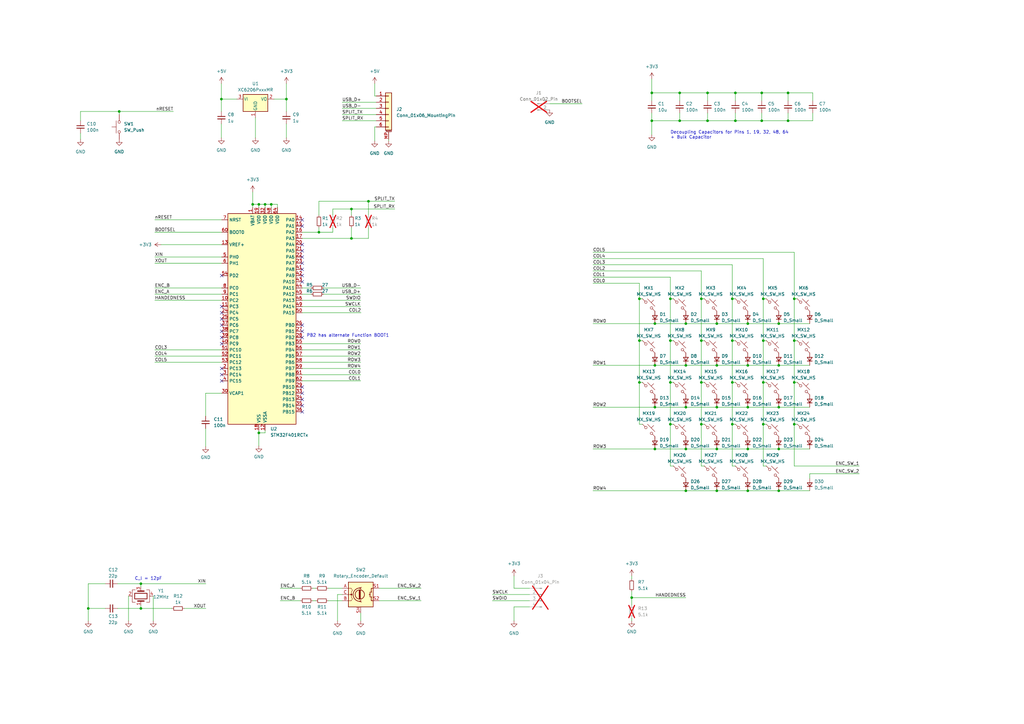
<source format=kicad_sch>
(kicad_sch (version 20230121) (generator eeschema)
  (paper "A3")
  (junction (at 111.252 83.82))
  (junction (at 312.42 38.1))
  (junction (at 130.81 95.25))
  (junction (at 319.405 201.295))
  (junction (at 323.215 38.1))
  (junction (at 325.755 139.7))
  (junction (at 259.08 245.11))
  (junction (at 267.335 38.1))
  (junction (at 144.145 85.725))
  (junction (at 294.005 201.295))
  (junction (at 281.305 201.295))
  (junction (at 281.305 167.005))
  (junction (at 48.895 45.72))
  (junction (at 294.005 184.15))
  (junction (at 287.655 139.7))
  (junction (at 287.655 122.555))
  (junction (at 306.705 167.005))
  (junction (at 278.765 38.1))
  (junction (at 106.172 83.82))
  (junction (at 281.305 149.86))
  (junction (at 294.005 167.005))
  (junction (at 306.705 149.86))
  (junction (at 262.255 122.555))
  (junction (at 281.305 132.715))
  (junction (at 268.605 149.86))
  (junction (at 306.705 184.15))
  (junction (at 287.655 156.845))
  (junction (at 323.215 49.53))
  (junction (at 278.765 49.53))
  (junction (at 90.805 40.64))
  (junction (at 301.625 38.1))
  (junction (at 325.755 173.99))
  (junction (at 300.355 122.555))
  (junction (at 325.755 156.845))
  (junction (at 306.705 132.715))
  (junction (at 319.405 184.15))
  (junction (at 36.195 249.555))
  (junction (at 108.712 83.82))
  (junction (at 268.605 184.15))
  (junction (at 144.145 97.79))
  (junction (at 313.055 122.555))
  (junction (at 103.632 83.82))
  (junction (at 262.255 139.7))
  (junction (at 319.405 167.005))
  (junction (at 274.955 122.555))
  (junction (at 274.955 173.99))
  (junction (at 106.172 177.546))
  (junction (at 290.195 38.1))
  (junction (at 300.355 139.7))
  (junction (at 274.955 139.7))
  (junction (at 274.955 156.845))
  (junction (at 281.305 184.15))
  (junction (at 287.655 173.99))
  (junction (at 306.705 201.295))
  (junction (at 313.055 156.845))
  (junction (at 313.055 173.99))
  (junction (at 57.785 249.555))
  (junction (at 300.355 173.99))
  (junction (at 294.005 149.86))
  (junction (at 300.355 156.845))
  (junction (at 313.055 139.7))
  (junction (at 262.255 156.845))
  (junction (at 319.405 149.86))
  (junction (at 301.625 49.53))
  (junction (at 312.42 49.53))
  (junction (at 319.405 132.715))
  (junction (at 117.475 40.64))
  (junction (at 267.335 49.53))
  (junction (at 290.195 49.53))
  (junction (at 268.605 167.005))
  (junction (at 325.755 122.555))
  (junction (at 57.785 239.395))
  (junction (at 294.005 132.715))
  (junction (at 151.13 82.55))
  (junction (at 268.605 132.715))
  (no_connect (at 123.952 105.41))
  (no_connect (at 123.952 158.75))
  (no_connect (at 90.932 140.97))
  (no_connect (at 90.932 133.35))
  (no_connect (at 90.932 138.43))
  (no_connect (at 90.932 125.73))
  (no_connect (at 123.952 113.03))
  (no_connect (at 123.952 168.91))
  (no_connect (at 123.952 166.37))
  (no_connect (at 123.952 110.49))
  (no_connect (at 123.952 107.95))
  (no_connect (at 123.952 90.17))
  (no_connect (at 90.932 135.89))
  (no_connect (at 123.952 133.35))
  (no_connect (at 90.932 153.67))
  (no_connect (at 123.952 92.71))
  (no_connect (at 123.952 115.57))
  (no_connect (at 123.952 161.29))
  (no_connect (at 90.932 130.81))
  (no_connect (at 123.952 163.83))
  (no_connect (at 123.952 135.89))
  (no_connect (at 90.932 156.21))
  (no_connect (at 90.932 151.13))
  (no_connect (at 123.952 100.33))
  (no_connect (at 123.952 138.43))
  (no_connect (at 90.932 113.03))
  (no_connect (at 90.932 128.27))
  (no_connect (at 123.952 102.87))
  (wire (pts (xy 153.67 39.37) (xy 154.305 39.37)))
  (wire (pts (xy 57.785 239.395) (xy 57.785 240.665)))
  (wire (pts (xy 267.335 32.385) (xy 267.335 38.1)))
  (wire (pts (xy 325.755 139.7) (xy 325.755 156.845)))
  (wire (pts (xy 312.42 38.1) (xy 323.215 38.1)))
  (wire (pts (xy 301.625 38.1) (xy 301.625 41.275)))
  (wire (pts (xy 243.205 106.045) (xy 313.055 106.045)))
  (wire (pts (xy 123.952 123.19) (xy 147.955 123.19)))
  (wire (pts (xy 301.625 38.1) (xy 312.42 38.1)))
  (wire (pts (xy 313.055 122.555) (xy 314.325 122.555)))
  (wire (pts (xy 57.785 249.555) (xy 70.485 249.555)))
  (wire (pts (xy 103.632 83.82) (xy 103.632 85.09)))
  (wire (pts (xy 281.305 149.86) (xy 294.005 149.86)))
  (wire (pts (xy 300.355 139.7) (xy 301.625 139.7)))
  (wire (pts (xy 325.755 139.7) (xy 327.025 139.7)))
  (wire (pts (xy 323.215 38.1) (xy 323.215 41.275)))
  (wire (pts (xy 290.195 49.53) (xy 301.625 49.53)))
  (wire (pts (xy 103.632 78.74) (xy 103.632 83.82)))
  (wire (pts (xy 48.26 249.555) (xy 57.785 249.555)))
  (wire (pts (xy 33.02 45.72) (xy 48.895 45.72)))
  (wire (pts (xy 140.335 44.45) (xy 154.305 44.45)))
  (wire (pts (xy 278.765 38.1) (xy 290.195 38.1)))
  (wire (pts (xy 333.375 49.53) (xy 323.215 49.53)))
  (wire (pts (xy 134.62 246.38) (xy 140.335 246.38)))
  (wire (pts (xy 243.205 108.585) (xy 300.355 108.585)))
  (wire (pts (xy 161.925 82.55) (xy 151.13 82.55)))
  (wire (pts (xy 306.705 132.715) (xy 319.405 132.715)))
  (wire (pts (xy 294.005 184.15) (xy 306.705 184.15)))
  (wire (pts (xy 225.425 42.545) (xy 238.76 42.545)))
  (wire (pts (xy 210.82 248.92) (xy 217.17 248.92)))
  (wire (pts (xy 274.955 139.7) (xy 274.955 156.845)))
  (wire (pts (xy 313.055 139.7) (xy 314.325 139.7)))
  (wire (pts (xy 90.805 34.29) (xy 90.805 40.64)))
  (wire (pts (xy 274.955 122.555) (xy 276.225 122.555)))
  (wire (pts (xy 268.605 132.715) (xy 281.305 132.715)))
  (wire (pts (xy 43.18 239.395) (xy 36.195 239.395)))
  (wire (pts (xy 151.13 82.55) (xy 151.13 88.265)))
  (wire (pts (xy 108.712 177.546) (xy 108.712 176.53)))
  (wire (pts (xy 63.5 146.05) (xy 90.932 146.05)))
  (wire (pts (xy 123.952 118.11) (xy 127.635 118.11)))
  (wire (pts (xy 290.195 38.1) (xy 301.625 38.1)))
  (wire (pts (xy 278.765 49.53) (xy 290.195 49.53)))
  (wire (pts (xy 210.82 241.3) (xy 217.17 241.3)))
  (wire (pts (xy 262.255 156.845) (xy 262.255 173.99)))
  (wire (pts (xy 306.705 184.15) (xy 319.405 184.15)))
  (wire (pts (xy 106.172 177.546) (xy 108.712 177.546)))
  (wire (pts (xy 151.13 82.55) (xy 130.81 82.55)))
  (wire (pts (xy 313.055 173.99) (xy 313.055 191.135)))
  (wire (pts (xy 243.205 103.505) (xy 325.755 103.505)))
  (wire (pts (xy 106.172 177.546) (xy 106.172 176.53)))
  (wire (pts (xy 333.375 41.275) (xy 333.375 38.1)))
  (wire (pts (xy 63.5 105.41) (xy 90.932 105.41)))
  (wire (pts (xy 90.932 100.33) (xy 66.04 100.33)))
  (wire (pts (xy 108.712 85.09) (xy 108.712 83.82)))
  (wire (pts (xy 259.08 236.22) (xy 259.08 237.49)))
  (wire (pts (xy 243.205 149.86) (xy 268.605 149.86)))
  (wire (pts (xy 281.305 132.715) (xy 294.005 132.715)))
  (wire (pts (xy 313.055 191.135) (xy 314.325 191.135)))
  (wire (pts (xy 128.27 241.3) (xy 129.54 241.3)))
  (wire (pts (xy 259.08 253.365) (xy 259.08 254.635)))
  (wire (pts (xy 144.145 97.79) (xy 151.13 97.79)))
  (wire (pts (xy 63.5 148.59) (xy 90.932 148.59)))
  (wire (pts (xy 262.255 173.99) (xy 263.525 173.99)))
  (wire (pts (xy 325.755 122.555) (xy 327.025 122.555)))
  (wire (pts (xy 268.605 149.86) (xy 281.305 149.86)))
  (wire (pts (xy 294.005 149.86) (xy 306.705 149.86)))
  (wire (pts (xy 281.305 201.295) (xy 294.005 201.295)))
  (wire (pts (xy 129.54 246.38) (xy 128.27 246.38)))
  (wire (pts (xy 300.355 139.7) (xy 300.355 156.845)))
  (wire (pts (xy 333.375 46.355) (xy 333.375 49.53)))
  (wire (pts (xy 57.785 239.395) (xy 48.26 239.395)))
  (wire (pts (xy 325.755 103.505) (xy 325.755 122.555)))
  (wire (pts (xy 123.952 97.79) (xy 144.145 97.79)))
  (wire (pts (xy 313.055 122.555) (xy 313.055 139.7)))
  (wire (pts (xy 201.93 243.84) (xy 217.17 243.84)))
  (wire (pts (xy 278.765 38.1) (xy 278.765 41.275)))
  (wire (pts (xy 117.475 40.64) (xy 117.475 45.72)))
  (wire (pts (xy 287.655 156.845) (xy 288.925 156.845)))
  (wire (pts (xy 123.952 148.59) (xy 147.955 148.59)))
  (wire (pts (xy 130.81 82.55) (xy 130.81 88.265)))
  (wire (pts (xy 57.785 239.395) (xy 84.455 239.395)))
  (wire (pts (xy 117.475 40.64) (xy 112.395 40.64)))
  (wire (pts (xy 319.405 149.86) (xy 332.105 149.86)))
  (wire (pts (xy 114.935 241.3) (xy 123.19 241.3)))
  (wire (pts (xy 63.5 95.25) (xy 90.932 95.25)))
  (wire (pts (xy 113.792 85.09) (xy 113.792 83.82)))
  (wire (pts (xy 325.755 156.845) (xy 327.025 156.845)))
  (wire (pts (xy 33.02 45.72) (xy 33.02 49.53)))
  (wire (pts (xy 123.952 153.67) (xy 147.955 153.67)))
  (wire (pts (xy 323.215 46.355) (xy 323.215 49.53)))
  (wire (pts (xy 243.205 201.295) (xy 281.305 201.295)))
  (wire (pts (xy 140.335 41.91) (xy 154.305 41.91)))
  (wire (pts (xy 201.93 246.38) (xy 217.17 246.38)))
  (wire (pts (xy 136.525 93.345) (xy 136.525 95.25)))
  (wire (pts (xy 274.955 139.7) (xy 276.225 139.7)))
  (wire (pts (xy 63.5 107.95) (xy 90.932 107.95)))
  (wire (pts (xy 274.955 173.99) (xy 274.955 191.135)))
  (wire (pts (xy 243.205 184.15) (xy 268.605 184.15)))
  (wire (pts (xy 319.405 201.295) (xy 332.105 201.295)))
  (wire (pts (xy 300.355 173.99) (xy 301.625 173.99)))
  (wire (pts (xy 117.475 34.29) (xy 117.475 40.64)))
  (wire (pts (xy 306.705 167.005) (xy 319.405 167.005)))
  (wire (pts (xy 153.67 52.07) (xy 153.67 57.785)))
  (wire (pts (xy 134.62 241.3) (xy 140.335 241.3)))
  (wire (pts (xy 262.255 122.555) (xy 262.255 139.7)))
  (wire (pts (xy 36.195 249.555) (xy 36.195 254.635)))
  (wire (pts (xy 123.952 125.73) (xy 147.955 125.73)))
  (wire (pts (xy 153.67 52.07) (xy 154.305 52.07)))
  (wire (pts (xy 352.425 191.135) (xy 325.755 191.135)))
  (wire (pts (xy 147.955 120.65) (xy 132.715 120.65)))
  (wire (pts (xy 172.72 241.3) (xy 155.575 241.3)))
  (wire (pts (xy 267.335 38.1) (xy 278.765 38.1)))
  (wire (pts (xy 259.08 245.11) (xy 281.305 245.11)))
  (wire (pts (xy 287.655 191.135) (xy 288.925 191.135)))
  (wire (pts (xy 147.955 118.11) (xy 132.715 118.11)))
  (wire (pts (xy 287.655 173.99) (xy 287.655 191.135)))
  (wire (pts (xy 287.655 139.7) (xy 288.925 139.7)))
  (wire (pts (xy 287.655 122.555) (xy 288.925 122.555)))
  (wire (pts (xy 57.785 249.555) (xy 57.785 248.285)))
  (wire (pts (xy 287.655 111.125) (xy 287.655 122.555)))
  (wire (pts (xy 153.67 34.29) (xy 153.67 39.37)))
  (wire (pts (xy 151.13 97.79) (xy 151.13 93.345)))
  (wire (pts (xy 90.805 50.8) (xy 90.805 56.515)))
  (wire (pts (xy 319.405 132.715) (xy 332.105 132.715)))
  (wire (pts (xy 75.565 249.555) (xy 84.455 249.555)))
  (wire (pts (xy 300.355 173.99) (xy 300.355 191.135)))
  (wire (pts (xy 123.952 120.65) (xy 127.635 120.65)))
  (wire (pts (xy 62.865 244.475) (xy 62.865 254.635)))
  (wire (pts (xy 136.525 88.265) (xy 136.525 85.725)))
  (wire (pts (xy 243.205 113.665) (xy 274.955 113.665)))
  (wire (pts (xy 52.705 244.475) (xy 52.705 254.635)))
  (wire (pts (xy 259.08 245.11) (xy 259.08 248.285)))
  (wire (pts (xy 210.82 248.92) (xy 210.82 254.635)))
  (wire (pts (xy 113.792 83.82) (xy 111.252 83.82)))
  (wire (pts (xy 48.895 45.72) (xy 48.895 46.99)))
  (wire (pts (xy 333.375 38.1) (xy 323.215 38.1)))
  (wire (pts (xy 144.145 85.725) (xy 144.145 88.265)))
  (wire (pts (xy 123.952 146.05) (xy 147.955 146.05)))
  (wire (pts (xy 262.255 139.7) (xy 263.525 139.7)))
  (wire (pts (xy 123.952 128.27) (xy 148.082 128.27)))
  (wire (pts (xy 300.355 108.585) (xy 300.355 122.555)))
  (wire (pts (xy 287.655 122.555) (xy 287.655 139.7)))
  (wire (pts (xy 140.335 46.99) (xy 154.305 46.99)))
  (wire (pts (xy 136.525 85.725) (xy 144.145 85.725)))
  (wire (pts (xy 313.055 173.99) (xy 314.325 173.99)))
  (wire (pts (xy 306.705 149.86) (xy 319.405 149.86)))
  (wire (pts (xy 312.42 38.1) (xy 312.42 41.275)))
  (wire (pts (xy 155.575 246.38) (xy 172.72 246.38)))
  (wire (pts (xy 63.5 143.51) (xy 90.932 143.51)))
  (wire (pts (xy 300.355 156.845) (xy 301.625 156.845)))
  (wire (pts (xy 312.42 46.355) (xy 312.42 49.53)))
  (wire (pts (xy 287.655 173.99) (xy 288.925 173.99)))
  (wire (pts (xy 274.955 122.555) (xy 274.955 139.7)))
  (wire (pts (xy 106.172 177.546) (xy 106.172 182.88)))
  (wire (pts (xy 138.43 254.635) (xy 138.43 243.84)))
  (wire (pts (xy 323.215 49.53) (xy 312.42 49.53)))
  (wire (pts (xy 108.712 83.82) (xy 106.172 83.82)))
  (wire (pts (xy 123.952 140.97) (xy 147.955 140.97)))
  (wire (pts (xy 332.105 194.31) (xy 332.105 196.215)))
  (wire (pts (xy 123.952 156.21) (xy 147.955 156.21)))
  (wire (pts (xy 117.475 50.8) (xy 117.475 56.515)))
  (wire (pts (xy 130.81 95.25) (xy 136.525 95.25)))
  (wire (pts (xy 84.328 161.29) (xy 90.932 161.29)))
  (wire (pts (xy 210.82 236.22) (xy 210.82 241.3)))
  (wire (pts (xy 313.055 156.845) (xy 313.055 173.99)))
  (wire (pts (xy 274.955 191.135) (xy 276.225 191.135)))
  (wire (pts (xy 274.955 173.99) (xy 276.225 173.99)))
  (wire (pts (xy 274.955 156.845) (xy 274.955 173.99)))
  (wire (pts (xy 325.755 173.99) (xy 325.755 191.135)))
  (wire (pts (xy 144.145 93.345) (xy 144.145 97.79)))
  (wire (pts (xy 243.205 167.005) (xy 268.605 167.005)))
  (wire (pts (xy 144.145 85.725) (xy 161.925 85.725)))
  (wire (pts (xy 325.755 122.555) (xy 325.755 139.7)))
  (wire (pts (xy 268.605 184.15) (xy 281.305 184.15)))
  (wire (pts (xy 36.195 239.395) (xy 36.195 249.555)))
  (wire (pts (xy 267.335 49.53) (xy 267.335 55.245)))
  (wire (pts (xy 243.205 111.125) (xy 287.655 111.125)))
  (wire (pts (xy 268.605 167.005) (xy 281.305 167.005)))
  (wire (pts (xy 138.43 243.84) (xy 140.335 243.84)))
  (wire (pts (xy 63.5 118.11) (xy 90.932 118.11)))
  (wire (pts (xy 352.425 194.31) (xy 332.105 194.31)))
  (wire (pts (xy 287.655 156.845) (xy 287.655 173.99)))
  (wire (pts (xy 104.775 56.515) (xy 104.775 48.26)))
  (wire (pts (xy 130.81 95.25) (xy 130.81 93.345)))
  (wire (pts (xy 319.405 184.15) (xy 332.105 184.15)))
  (wire (pts (xy 278.765 49.53) (xy 278.765 46.355)))
  (wire (pts (xy 106.172 85.09) (xy 106.172 83.82)))
  (wire (pts (xy 300.355 122.555) (xy 300.355 139.7)))
  (wire (pts (xy 294.005 201.295) (xy 306.705 201.295)))
  (wire (pts (xy 325.755 173.99) (xy 327.025 173.99)))
  (wire (pts (xy 84.328 170.688) (xy 84.328 161.29)))
  (wire (pts (xy 267.335 46.355) (xy 267.335 49.53)))
  (wire (pts (xy 262.255 139.7) (xy 262.255 156.845)))
  (wire (pts (xy 281.305 184.15) (xy 294.005 184.15)))
  (wire (pts (xy 84.328 175.768) (xy 84.328 183.134)))
  (wire (pts (xy 290.195 38.1) (xy 290.195 41.275)))
  (wire (pts (xy 274.955 156.845) (xy 276.225 156.845)))
  (wire (pts (xy 159.385 57.15) (xy 159.385 57.785)))
  (wire (pts (xy 290.195 49.53) (xy 290.195 46.355)))
  (wire (pts (xy 294.005 132.715) (xy 306.705 132.715)))
  (wire (pts (xy 312.42 49.53) (xy 301.625 49.53)))
  (wire (pts (xy 63.5 123.19) (xy 90.932 123.19)))
  (wire (pts (xy 301.625 46.355) (xy 301.625 49.53)))
  (wire (pts (xy 313.055 139.7) (xy 313.055 156.845)))
  (wire (pts (xy 243.205 132.715) (xy 268.605 132.715)))
  (wire (pts (xy 123.952 143.51) (xy 147.955 143.51)))
  (wire (pts (xy 123.952 95.25) (xy 130.81 95.25)))
  (wire (pts (xy 274.955 113.665) (xy 274.955 122.555)))
  (wire (pts (xy 294.005 167.005) (xy 306.705 167.005)))
  (wire (pts (xy 287.655 139.7) (xy 287.655 156.845)))
  (wire (pts (xy 140.335 49.53) (xy 154.305 49.53)))
  (wire (pts (xy 281.305 167.005) (xy 294.005 167.005)))
  (wire (pts (xy 63.5 90.17) (xy 90.932 90.17)))
  (wire (pts (xy 259.08 242.57) (xy 259.08 245.11)))
  (wire (pts (xy 313.055 106.045) (xy 313.055 122.555)))
  (wire (pts (xy 262.255 116.205) (xy 262.255 122.555)))
  (wire (pts (xy 319.405 167.005) (xy 332.105 167.005)))
  (wire (pts (xy 313.055 156.845) (xy 314.325 156.845)))
  (wire (pts (xy 300.355 122.555) (xy 301.625 122.555)))
  (wire (pts (xy 123.952 151.13) (xy 147.955 151.13)))
  (wire (pts (xy 147.955 251.46) (xy 147.955 254.635)))
  (wire (pts (xy 63.5 120.65) (xy 90.932 120.65)))
  (wire (pts (xy 267.335 49.53) (xy 278.765 49.53)))
  (wire (pts (xy 90.805 40.64) (xy 90.805 45.72)))
  (wire (pts (xy 267.335 38.1) (xy 267.335 41.275)))
  (wire (pts (xy 262.255 156.845) (xy 263.525 156.845)))
  (wire (pts (xy 106.172 83.82) (xy 103.632 83.82)))
  (wire (pts (xy 33.02 54.61) (xy 33.02 57.15)))
  (wire (pts (xy 325.755 156.845) (xy 325.755 173.99)))
  (wire (pts (xy 114.935 246.38) (xy 123.19 246.38)))
  (wire (pts (xy 262.255 122.555) (xy 263.525 122.555)))
  (wire (pts (xy 300.355 191.135) (xy 301.625 191.135)))
  (wire (pts (xy 111.252 83.82) (xy 108.712 83.82)))
  (wire (pts (xy 111.252 85.09) (xy 111.252 83.82)))
  (wire (pts (xy 306.705 201.295) (xy 319.405 201.295)))
  (wire (pts (xy 243.205 116.205) (xy 262.255 116.205)))
  (wire (pts (xy 43.18 249.555) (xy 36.195 249.555)))
  (wire (pts (xy 300.355 156.845) (xy 300.355 173.99)))
  (wire (pts (xy 48.895 45.72) (xy 71.12 45.72)))
  (wire (pts (xy 90.805 40.64) (xy 97.155 40.64)))
  (text "PB2 has alternate Function BOOT1" (at 125.73 138.43 0) (effects (font (size 1.27 1.27)) (justify left bottom)))
  (text "Decoupling Capacitors for Pins 1, 19, 32, 48, 64\n+ Bulk Capacitor" (at 274.955 57.15 0) (effects (font (size 1.27 1.27)) (justify left bottom)))
  (text "C_l = 12pF" (at 55.245 238.125 0) (effects (font (size 1.27 1.27)) (justify left bottom)))
  (label "ENC_A" (at 63.5 120.65 0))
  (label "ENC_SW_2" (at 352.425 194.31 180))
  (label "nRESET" (at 63.5 90.17 0))
  (label "ROW4" (at 147.955 151.13 180))
  (label "USB_D-" (at 147.955 118.11 180))
  (label "BOOTSEL" (at 63.5 95.25 0))
  (label "COL2" (at 243.205 111.125 0))
  (label "USB_D+" (at 140.335 41.91 0))
  (label "SPLIT_RX" (at 140.335 49.53 0))
  (label "SWCLK" (at 147.955 125.73 180))
  (label "COL4" (at 63.5 146.05 0))
  (label "ENC_A" (at 114.935 241.3 0))
  (label "XIN" (at 63.5 105.41 0))
  (label "ENC_SW_2" (at 172.72 241.3 180))
  (label "SWDIO" (at 147.955 123.19 180))
  (label "HANDEDNESS" (at 63.5 123.19 0))
  (label "COL5" (at 63.5 148.59 0))
  (label "SPLIT_TX" (at 140.335 46.99 0))
  (label "COL4" (at 243.205 106.045 0))
  (label "HANDEDNESS" (at 281.305 245.11 180))
  (label "SPLIT_TX" (at 161.925 82.55 180))
  (label "XOUT" (at 84.455 249.555 180))
  (label "COL0" (at 147.955 153.67 180))
  (label "ROW0" (at 147.955 140.97 180))
  (label "BOOTSEL" (at 238.76 42.545 180))
  (label "COL0" (at 243.205 116.205 0))
  (label "SWCLK" (at 201.93 243.84 0))
  (label "ROW1" (at 147.955 143.51 180))
  (label "USB_D+" (at 147.955 120.65 180))
  (label "ROW3" (at 243.205 184.15 0))
  (label "COL5" (at 243.205 103.505 0))
  (label "nRESET" (at 71.12 45.72 180))
  (label "COL3" (at 243.205 108.585 0))
  (label "COL1" (at 243.205 113.665 0))
  (label "ENC_SW_1" (at 352.425 191.135 180))
  (label "ROW4" (at 243.205 201.295 0))
  (label "COL2" (at 148.082 128.27 180))
  (label "XIN" (at 84.455 239.395 180))
  (label "ENC_B" (at 114.935 246.38 0))
  (label "SPLIT_RX" (at 161.925 85.725 180))
  (label "COL1" (at 147.955 156.21 180))
  (label "COL3" (at 63.5 143.51 0))
  (label "SWDIO" (at 201.93 246.38 0))
  (label "ROW0" (at 243.205 132.715 0))
  (label "ROW3" (at 147.955 148.59 180))
  (label "ROW2" (at 147.955 146.05 180))
  (label "ENC_B" (at 63.5 118.11 0))
  (label "XOUT" (at 63.5 107.95 0))
  (label "ROW1" (at 243.205 149.86 0))
  (label "ENC_SW_1" (at 172.72 246.38 180))
  (label "USB_D-" (at 140.335 44.45 0))
  (label "ROW2" (at 243.205 167.005 0))
  (symbol (lib_id "PCM_marbastlib-mx:MX_SW_HS") (at 316.865 159.385 0) (unit 1)
    (property "Reference" "MX17" (at 316.865 152.4 0))
    (property "Value" "MX_SW_HS" (at 316.865 154.94 0))
    (property "Footprint" "PCM_marbastlib-mx:SW_MX_HS_1u" (effects hide))
  )
  (symbol (lib_id "Device:C_Small") (at 323.215 43.815 0) (unit 1)
    (property "Reference" "C6" (at 325.755 42.5513 0) (effects (justify left)))
    (property "Value" "100n" (at 325.755 45.0913 0) (effects (justify left)))
    (property "Footprint" "Capacitor_SMD:C_0402_1005Metric" (effects hide))
  )
  (symbol (lib_id "Device:D_Small") (at 306.705 181.61 90) (unit 1)
    (property "Reference" "D22" (at 308.61 180.34 90) (effects (justify right)))
    (property "Value" "D_Small" (at 308.61 182.88 90) (effects (justify right)))
    (property "Footprint" "Diode_SMD:D_SOD-123" (effects hide))
    (property "Sim.Device" "D" (effects hide))
    (property "Sim.Pins" "1=K 2=A" (effects hide))
  )
  (symbol (lib_id "Device:R_Small") (at 73.025 249.555 90) (unit 1)
    (property "Reference" "R12" (at 73.025 244.475 90))
    (property "Value" "1k" (at 73.025 247.015 90))
    (property "Footprint" "Resistor_SMD:R_0402_1005Metric" (effects hide))
  )
  (symbol (lib_id "Device:C_Small") (at 301.625 43.815 0) (unit 1)
    (property "Reference" "C4" (at 304.165 42.5513 0) (effects (justify left)))
    (property "Value" "100n" (at 304.165 45.0913 0) (effects (justify left)))
    (property "Footprint" "Capacitor_SMD:C_0402_1005Metric" (effects hide))
  )
  (symbol (lib_id "Device:R_Small") (at 130.175 120.65 270) (mirror x) (unit 1)
    (property "Reference" "R6" (at 128.27 119.38 90) (effects (justify right)))
    (property "Value" "27" (at 134.62 119.38 90) (effects (justify right)))
    (property "Footprint" "Resistor_SMD:R_0402_1005Metric" (effects hide))
  )
  (symbol (lib_id "PCM_marbastlib-mx:MX_SW_HS") (at 329.565 159.385 0) (unit 1)
    (property "Reference" "MX18" (at 329.565 152.4 0))
    (property "Value" "MX_SW_HS" (at 329.565 154.94 0))
    (property "Footprint" "PCM_marbastlib-mx:SW_MX_HS_1u" (effects hide))
  )
  (symbol (lib_id "PCM_marbastlib-mx:MX_SW_HS") (at 291.465 176.53 0) (unit 1)
    (property "Reference" "MX21" (at 291.465 169.545 0))
    (property "Value" "MX_SW_HS" (at 291.465 172.085 0))
    (property "Footprint" "PCM_marbastlib-mx:SW_MX_HS_1u" (effects hide))
  )
  (symbol (lib_id "Device:D_Small") (at 268.605 147.32 90) (unit 1)
    (property "Reference" "D7" (at 270.51 146.05 90) (effects (justify right)))
    (property "Value" "D_Small" (at 270.51 148.59 90) (effects (justify right)))
    (property "Footprint" "Diode_SMD:D_SOD-123" (effects hide))
    (property "Sim.Device" "D" (effects hide))
    (property "Sim.Pins" "1=K 2=A" (effects hide))
  )
  (symbol (lib_id "Device:R_Small") (at 259.08 250.825 0) (unit 1) (dnp yes)
    (property "Reference" "R13" (at 261.62 249.555 0) (effects (justify left)))
    (property "Value" "5.1k" (at 261.62 252.095 0) (effects (justify left)))
    (property "Footprint" "Resistor_SMD:R_0402_1005Metric" (effects hide))
  )
  (symbol (lib_id "Connector_Generic_MountingPin:Conn_01x06_MountingPin") (at 159.385 44.45 0) (unit 1)
    (property "Reference" "J2" (at 162.56 44.8056 0) (effects (justify left)))
    (property "Value" "Conn_01x06_MountingPin" (at 162.56 47.3456 0) (effects (justify left)))
    (property "Footprint" "Connector_JST:JST_SHL_SM06B-SHLS-TF_1x06-1MP_P1.00mm_Horizontal" (effects hide))
  )
  (symbol (lib_id "Device:D_Small") (at 332.105 198.755 90) (unit 1)
    (property "Reference" "D30" (at 334.01 197.485 90) (effects (justify right)))
    (property "Value" "D_Small" (at 334.01 200.025 90) (effects (justify right)))
    (property "Footprint" "Diode_SMD:D_SOD-123" (effects hide))
    (property "Sim.Device" "D" (effects hide))
    (property "Sim.Pins" "1=K 2=A" (effects hide))
  )
  (symbol (lib_id "PCM_marbastlib-mx:MX_SW_HS") (at 266.065 125.095 0) (unit 1)
    (property "Reference" "MX1" (at 266.065 118.11 0))
    (property "Value" "MX_SW_HS" (at 266.065 120.65 0))
    (property "Footprint" "PCM_marbastlib-mx:SW_MX_HS_1u" (effects hide))
  )
  (symbol (lib_id "PCM_marbastlib-mx:MX_SW_HS") (at 266.065 142.24 0) (unit 1)
    (property "Reference" "MX7" (at 266.065 135.255 0))
    (property "Value" "MX_SW_HS" (at 266.065 137.795 0))
    (property "Footprint" "PCM_marbastlib-mx:SW_MX_HS_1u" (effects hide))
  )
  (symbol (lib_id "PCM_marbastlib-mx:MX_SW_HS") (at 291.465 193.675 0) (unit 1)
    (property "Reference" "MX27" (at 291.465 186.69 0))
    (property "Value" "MX_SW_HS" (at 291.465 189.23 0))
    (property "Footprint" "PCM_marbastlib-mx:SW_MX_HS_1u" (effects hide))
  )
  (symbol (lib_id "Device:C_Small") (at 45.72 249.555 90) (unit 1)
    (property "Reference" "C13" (at 44.45 252.73 90) (effects (justify right)))
    (property "Value" "22p" (at 44.45 255.27 90) (effects (justify right)))
    (property "Footprint" "Capacitor_SMD:C_0402_1005Metric" (effects hide))
  )
  (symbol (lib_id "Device:R_Small") (at 130.175 118.11 270) (mirror x) (unit 1)
    (property "Reference" "R5" (at 128.27 116.84 90) (effects (justify right)))
    (property "Value" "27" (at 134.62 116.84 90) (effects (justify right)))
    (property "Footprint" "Resistor_SMD:R_0402_1005Metric" (effects hide))
  )
  (symbol (lib_id "PCM_marbastlib-mx:MX_SW_HS") (at 304.165 176.53 0) (unit 1)
    (property "Reference" "MX22" (at 304.165 169.545 0))
    (property "Value" "MX_SW_HS" (at 304.165 172.085 0))
    (property "Footprint" "PCM_marbastlib-mx:SW_MX_HS_1u" (effects hide))
  )
  (symbol (lib_id "power:GND") (at 117.475 56.515 0) (unit 1)
    (property "Reference" "#PWR09" (effects hide))
    (property "Value" "GND" (at 117.475 61.595 0))
  )
  (symbol (lib_id "Device:D_Small") (at 306.705 164.465 90) (unit 1)
    (property "Reference" "D16" (at 308.61 163.195 90) (effects (justify right)))
    (property "Value" "D_Small" (at 308.61 165.735 90) (effects (justify right)))
    (property "Footprint" "Diode_SMD:D_SOD-123" (effects hide))
    (property "Sim.Device" "D" (effects hide))
    (property "Sim.Pins" "1=K 2=A" (effects hide))
  )
  (symbol (lib_id "Device:C_Small") (at 290.195 43.815 0) (unit 1)
    (property "Reference" "C3" (at 292.735 42.5513 0) (effects (justify left)))
    (property "Value" "100n" (at 292.735 45.0913 0) (effects (justify left)))
    (property "Footprint" "Capacitor_SMD:C_0402_1005Metric" (effects hide))
  )
  (symbol (lib_id "PCM_marbastlib-mx:MX_SW_HS") (at 291.465 159.385 0) (unit 1)
    (property "Reference" "MX15" (at 291.465 152.4 0))
    (property "Value" "MX_SW_HS" (at 291.465 154.94 0))
    (property "Footprint" "PCM_marbastlib-mx:SW_MX_HS_1u" (effects hide))
  )
  (symbol (lib_id "Device:C_Small") (at 278.765 43.815 0) (unit 1)
    (property "Reference" "C2" (at 281.305 42.5513 0) (effects (justify left)))
    (property "Value" "100n" (at 281.305 45.0913 0) (effects (justify left)))
    (property "Footprint" "Capacitor_SMD:C_0402_1005Metric" (effects hide))
  )
  (symbol (lib_id "PCM_marbastlib-mx:MX_SW_HS") (at 278.765 193.675 0) (unit 1)
    (property "Reference" "MX26" (at 278.765 186.69 0))
    (property "Value" "MX_SW_HS" (at 278.765 189.23 0))
    (property "Footprint" "PCM_marbastlib-mx:SW_MX_HS_1u" (effects hide))
  )
  (symbol (lib_id "power:GND") (at 259.08 254.635 0) (unit 1)
    (property "Reference" "#PWR026" (effects hide))
    (property "Value" "GND" (at 259.08 259.08 0))
  )
  (symbol (lib_id "Device:Crystal_GND24") (at 57.785 244.475 90) (unit 1)
    (property "Reference" "Y1" (at 66.04 242.2591 90))
    (property "Value" "12MHz" (at 66.04 244.7991 90))
    (property "Footprint" "Crystal:Crystal_SMD_3225-4Pin_3.2x2.5mm" (effects hide))
  )
  (symbol (lib_id "Device:D_Small") (at 319.405 147.32 90) (unit 1)
    (property "Reference" "D11" (at 321.31 146.05 90) (effects (justify right)))
    (property "Value" "D_Small" (at 321.31 148.59 90) (effects (justify right)))
    (property "Footprint" "Diode_SMD:D_SOD-123" (effects hide))
    (property "Sim.Device" "D" (effects hide))
    (property "Sim.Pins" "1=K 2=A" (effects hide))
  )
  (symbol (lib_id "Device:D_Small") (at 306.705 147.32 90) (unit 1)
    (property "Reference" "D10" (at 308.61 146.05 90) (effects (justify right)))
    (property "Value" "D_Small" (at 308.61 148.59 90) (effects (justify right)))
    (property "Footprint" "Diode_SMD:D_SOD-123" (effects hide))
    (property "Sim.Device" "D" (effects hide))
    (property "Sim.Pins" "1=K 2=A" (effects hide))
  )
  (symbol (lib_id "Device:D_Small") (at 294.005 130.175 90) (unit 1)
    (property "Reference" "D3" (at 295.91 128.905 90) (effects (justify right)))
    (property "Value" "D_Small" (at 295.91 131.445 90) (effects (justify right)))
    (property "Footprint" "Diode_SMD:D_SOD-123" (effects hide))
    (property "Sim.Device" "D" (effects hide))
    (property "Sim.Pins" "1=K 2=A" (effects hide))
  )
  (symbol (lib_id "Device:C_Small") (at 117.475 48.26 0) (unit 1)
    (property "Reference" "C9" (at 120.015 46.9963 0) (effects (justify left)))
    (property "Value" "1u" (at 120.015 49.5363 0) (effects (justify left)))
    (property "Footprint" "Capacitor_SMD:C_0402_1005Metric" (effects hide))
  )
  (symbol (lib_id "Device:D_Small") (at 332.105 147.32 90) (unit 1)
    (property "Reference" "D12" (at 334.01 146.05 90) (effects (justify right)))
    (property "Value" "D_Small" (at 334.01 148.59 90) (effects (justify right)))
    (property "Footprint" "Diode_SMD:D_SOD-123" (effects hide))
    (property "Sim.Device" "D" (effects hide))
    (property "Sim.Pins" "1=K 2=A" (effects hide))
  )
  (symbol (lib_id "Device:D_Small") (at 294.005 164.465 90) (unit 1)
    (property "Reference" "D15" (at 295.91 163.195 90) (effects (justify right)))
    (property "Value" "D_Small" (at 295.91 165.735 90) (effects (justify right)))
    (property "Footprint" "Diode_SMD:D_SOD-123" (effects hide))
    (property "Sim.Device" "D" (effects hide))
    (property "Sim.Pins" "1=K 2=A" (effects hide))
  )
  (symbol (lib_id "PCM_marbastlib-mx:MX_SW_HS") (at 316.865 176.53 0) (unit 1)
    (property "Reference" "MX23" (at 316.865 169.545 0))
    (property "Value" "MX_SW_HS" (at 316.865 172.085 0))
    (property "Footprint" "PCM_marbastlib-mx:SW_MX_HS_1u" (effects hide))
  )
  (symbol (lib_id "power:GND") (at 90.805 56.515 0) (unit 1)
    (property "Reference" "#PWR07" (effects hide))
    (property "Value" "GND" (at 90.805 61.595 0))
  )
  (symbol (lib_id "power:+5V") (at 153.67 34.29 0) (unit 1)
    (property "Reference" "#PWR04" (effects hide))
    (property "Value" "+5V" (at 153.67 29.21 0))
  )
  (symbol (lib_id "Device:C_Small") (at 267.335 43.815 0) (unit 1)
    (property "Reference" "C1" (at 269.875 42.5513 0) (effects (justify left)))
    (property "Value" "10u" (at 269.875 45.0913 0) (effects (justify left)))
    (property "Footprint" "Capacitor_SMD:C_0402_1005Metric" (effects hide))
  )
  (symbol (lib_id "Connector:Conn_01x02_Pin") (at 220.345 42.545 0) (unit 1) (dnp yes)
    (property "Reference" "J1" (at 220.98 38.1 0))
    (property "Value" "Conn_01x02_Pin" (at 220.98 40.64 0))
    (property "Footprint" "Connector_PinHeader_2.54mm:PinHeader_1x02_P2.54mm_Vertical" (effects hide))
  )
  (symbol (lib_id "Device:D_Small") (at 294.005 181.61 90) (unit 1)
    (property "Reference" "D21" (at 295.91 180.34 90) (effects (justify right)))
    (property "Value" "D_Small" (at 295.91 182.88 90) (effects (justify right)))
    (property "Footprint" "Diode_SMD:D_SOD-123" (effects hide))
    (property "Sim.Device" "D" (effects hide))
    (property "Sim.Pins" "1=K 2=A" (effects hide))
  )
  (symbol (lib_id "Device:C_Small") (at 45.72 239.395 90) (unit 1)
    (property "Reference" "C12" (at 44.45 233.68 90) (effects (justify right)))
    (property "Value" "22p" (at 44.45 236.22 90) (effects (justify right)))
    (property "Footprint" "Capacitor_SMD:C_0402_1005Metric" (effects hide))
  )
  (symbol (lib_id "PCM_marbastlib-mx:MX_SW_HS") (at 278.765 142.24 0) (unit 1)
    (property "Reference" "MX8" (at 278.765 135.255 0))
    (property "Value" "MX_SW_HS" (at 278.765 137.795 0))
    (property "Footprint" "PCM_marbastlib-mx:SW_MX_HS_1u" (effects hide))
  )
  (symbol (lib_id "Device:C_Small") (at 84.328 173.228 0) (unit 1)
    (property "Reference" "C11" (at 87.63 171.9643 0) (effects (justify left)))
    (property "Value" "100n" (at 87.63 174.5043 0) (effects (justify left)))
    (property "Footprint" "Capacitor_SMD:C_0402_1005Metric" (effects hide))
  )
  (symbol (lib_id "Device:D_Small") (at 306.705 198.755 90) (unit 1)
    (property "Reference" "D28" (at 308.61 197.485 90) (effects (justify right)))
    (property "Value" "D_Small" (at 308.61 200.025 90) (effects (justify right)))
    (property "Footprint" "Diode_SMD:D_SOD-123" (effects hide))
    (property "Sim.Device" "D" (effects hide))
    (property "Sim.Pins" "1=K 2=A" (effects hide))
  )
  (symbol (lib_id "Device:D_Small") (at 268.605 130.175 90) (unit 1)
    (property "Reference" "D1" (at 270.51 128.905 90) (effects (justify right)))
    (property "Value" "D_Small" (at 270.51 131.445 90) (effects (justify right)))
    (property "Footprint" "Diode_SMD:D_SOD-123" (effects hide))
    (property "Sim.Device" "D" (effects hide))
    (property "Sim.Pins" "1=K 2=A" (effects hide))
  )
  (symbol (lib_id "PCM_marbastlib-mx:MX_SW_HS") (at 329.565 125.095 0) (unit 1)
    (property "Reference" "MX6" (at 329.565 118.11 0))
    (property "Value" "MX_SW_HS" (at 329.565 120.65 0))
    (property "Footprint" "PCM_marbastlib-mx:SW_MX_HS_1u" (effects hide))
  )
  (symbol (lib_id "Device:D_Small") (at 281.305 147.32 90) (unit 1)
    (property "Reference" "D8" (at 283.21 146.05 90) (effects (justify right)))
    (property "Value" "D_Small" (at 283.21 148.59 90) (effects (justify right)))
    (property "Footprint" "Diode_SMD:D_SOD-123" (effects hide))
    (property "Sim.Device" "D" (effects hide))
    (property "Sim.Pins" "1=K 2=A" (effects hide))
  )
  (symbol (lib_id "PCM_marbastlib-mx:MX_SW_HS") (at 291.465 142.24 0) (unit 1)
    (property "Reference" "MX9" (at 291.465 135.255 0))
    (property "Value" "MX_SW_HS" (at 291.465 137.795 0))
    (property "Footprint" "PCM_marbastlib-mx:SW_MX_HS_1u" (effects hide))
  )
  (symbol (lib_id "Device:R_Small") (at 132.08 246.38 90) (unit 1)
    (property "Reference" "R11" (at 132.08 248.92 90))
    (property "Value" "5.1k" (at 132.08 251.46 90))
    (property "Footprint" "Resistor_SMD:R_0402_1005Metric" (effects hide))
  )
  (symbol (lib_id "Device:C_Small") (at 312.42 43.815 0) (unit 1)
    (property "Reference" "C5" (at 314.96 42.5513 0) (effects (justify left)))
    (property "Value" "100n" (at 314.96 45.0913 0) (effects (justify left)))
    (property "Footprint" "Capacitor_SMD:C_0402_1005Metric" (effects hide))
  )
  (symbol (lib_id "power:GND") (at 147.955 254.635 0) (unit 1)
    (property "Reference" "#PWR024" (effects hide))
    (property "Value" "GND" (at 147.955 259.715 0))
  )
  (symbol (lib_id "power:GND") (at 138.43 254.635 0) (unit 1)
    (property "Reference" "#PWR023" (effects hide))
    (property "Value" "GND" (at 138.43 259.715 0))
  )
  (symbol (lib_id "PCM_marbastlib-mx:MX_SW_HS") (at 329.565 176.53 0) (unit 1)
    (property "Reference" "MX24" (at 329.565 169.545 0))
    (property "Value" "MX_SW_HS" (at 329.565 172.085 0))
    (property "Footprint" "PCM_marbastlib-mx:SW_MX_HS_1u" (effects hide))
  )
  (symbol (lib_id "PCM_marbastlib-mx:MX_SW_HS") (at 329.565 142.24 0) (unit 1)
    (property "Reference" "MX12" (at 329.565 135.255 0))
    (property "Value" "MX_SW_HS" (at 329.565 137.795 0))
    (property "Footprint" "PCM_marbastlib-mx:SW_MX_HS_1u" (effects hide))
  )
  (symbol (lib_id "power:+3V3") (at 210.82 236.22 0) (unit 1)
    (property "Reference" "#PWR018" (effects hide))
    (property "Value" "+3V3" (at 210.82 231.14 0))
  )
  (symbol (lib_id "PCM_marbastlib-mx:MX_SW_HS") (at 316.865 193.675 0) (unit 1)
    (property "Reference" "MX29" (at 316.865 186.69 0))
    (property "Value" "MX_SW_HS" (at 316.865 189.23 0))
    (property "Footprint" "PCM_marbastlib-mx:SW_MX_HS_1u" (effects hide))
  )
  (symbol (lib_id "Device:D_Small") (at 319.405 164.465 90) (unit 1)
    (property "Reference" "D17" (at 321.31 163.195 90) (effects (justify right)))
    (property "Value" "D_Small" (at 321.31 165.735 90) (effects (justify right)))
    (property "Footprint" "Diode_SMD:D_SOD-123" (effects hide))
    (property "Sim.Device" "D" (effects hide))
    (property "Sim.Pins" "1=K 2=A" (effects hide))
  )
  (symbol (lib_id "PCM_marbastlib-mx:MX_SW_HS") (at 266.065 159.385 0) (unit 1)
    (property "Reference" "MX13" (at 266.065 152.4 0))
    (property "Value" "MX_SW_HS" (at 266.065 154.94 0))
    (property "Footprint" "PCM_marbastlib-mx:SW_MX_HS_1u" (effects hide))
  )
  (symbol (lib_id "power:+3V3") (at 267.335 32.385 0) (unit 1)
    (property "Reference" "#PWR01" (effects hide))
    (property "Value" "+3V3" (at 267.335 27.305 0))
  )
  (symbol (lib_id "Device:C_Small") (at 333.375 43.815 0) (unit 1)
    (property "Reference" "C7" (at 335.915 42.5513 0) (effects (justify left)))
    (property "Value" "100n" (at 335.915 45.0913 0) (effects (justify left)))
    (property "Footprint" "Capacitor_SMD:C_0402_1005Metric" (effects hide))
  )
  (symbol (lib_id "Device:R_Small") (at 144.145 90.805 0) (unit 1)
    (property "Reference" "R3" (at 145.415 89.535 0) (effects (justify left)))
    (property "Value" "1k" (at 145.415 92.075 0) (effects (justify left)))
    (property "Footprint" "Resistor_SMD:R_0402_1005Metric" (effects hide))
  )
  (symbol (lib_id "power:GND") (at 153.67 57.785 0) (unit 1)
    (property "Reference" "#PWR012" (effects hide))
    (property "Value" "GND" (at 153.67 62.865 0))
  )
  (symbol (lib_id "power:GND") (at 52.705 254.635 0) (unit 1)
    (property "Reference" "#PWR021" (effects hide))
    (property "Value" "GND" (at 52.705 259.08 0))
  )
  (symbol (lib_id "Device:R_Small") (at 130.81 90.805 0) (unit 1)
    (property "Reference" "R1" (at 132.08 89.535 0) (effects (justify left)))
    (property "Value" "1k" (at 132.08 92.075 0) (effects (justify left)))
    (property "Footprint" "Resistor_SMD:R_0402_1005Metric" (effects hide))
  )
  (symbol (lib_id "Device:D_Small") (at 294.005 198.755 90) (unit 1)
    (property "Reference" "D27" (at 295.91 197.485 90) (effects (justify right)))
    (property "Value" "D_Small" (at 295.91 200.025 90) (effects (justify right)))
    (property "Footprint" "Diode_SMD:D_SOD-123" (effects hide))
    (property "Sim.Device" "D" (effects hide))
    (property "Sim.Pins" "1=K 2=A" (effects hide))
  )
  (symbol (lib_id "Device:D_Small") (at 281.305 164.465 90) (unit 1)
    (property "Reference" "D14" (at 283.21 163.195 90) (effects (justify right)))
    (property "Value" "D_Small" (at 283.21 165.735 90) (effects (justify right)))
    (property "Footprint" "Diode_SMD:D_SOD-123" (effects hide))
    (property "Sim.Device" "D" (effects hide))
    (property "Sim.Pins" "1=K 2=A" (effects hide))
  )
  (symbol (lib_id "Device:R_Small") (at 125.73 246.38 90) (unit 1)
    (property "Reference" "R10" (at 125.73 248.92 90))
    (property "Value" "5.1k" (at 125.73 251.46 90))
    (property "Footprint" "Resistor_SMD:R_0402_1005Metric" (effects hide))
  )
  (symbol (lib_id "Regulator_Linear:XC6206PxxxMR") (at 104.775 40.64 0) (unit 1)
    (property "Reference" "U1" (at 104.775 34.29 0))
    (property "Value" "XC6206PxxxMR" (at 104.775 36.83 0))
    (property "Footprint" "Package_TO_SOT_SMD:SOT-23-3" (effects hide))
    (property "Datasheet" "https://www.torexsemi.com/file/xc6206/XC6206.pdf" (effects hide))
  )
  (symbol (lib_id "power:+3V3") (at 117.475 34.29 0) (unit 1)
    (property "Reference" "#PWR03" (effects hide))
    (property "Value" "+3V3" (at 117.475 29.21 0))
  )
  (symbol (lib_id "Device:R_Small") (at 151.13 90.805 0) (unit 1) (dnp yes)
    (property "Reference" "R4" (at 152.4 89.535 0) (effects (justify left)))
    (property "Value" "1k" (at 152.4 92.075 0) (effects (justify left)))
    (property "Footprint" "Resistor_SMD:R_0402_1005Metric" (effects hide))
  )
  (symbol (lib_id "PCM_marbastlib-mx:MX_SW_HS") (at 291.465 125.095 0) (unit 1)
    (property "Reference" "MX3" (at 291.465 118.11 0))
    (property "Value" "MX_SW_HS" (at 291.465 120.65 0))
    (property "Footprint" "PCM_marbastlib-mx:SW_MX_HS_1u" (effects hide))
  )
  (symbol (lib_id "power:GND") (at 48.895 57.15 0) (unit 1)
    (property "Reference" "#PWR011" (effects hide))
    (property "Value" "GND" (at 48.895 62.23 0))
  )
  (symbol (lib_id "PCM_marbastlib-mx:MX_SW_HS") (at 304.165 125.095 0) (unit 1)
    (property "Reference" "MX4" (at 304.165 118.11 0))
    (property "Value" "MX_SW_HS" (at 304.165 120.65 0))
    (property "Footprint" "PCM_marbastlib-mx:SW_MX_HS_1u" (effects hide))
  )
  (symbol (lib_id "PCM_marbastlib-mx:MX_SW_HS") (at 316.865 142.24 0) (unit 1)
    (property "Reference" "MX11" (at 316.865 135.255 0))
    (property "Value" "MX_SW_HS" (at 316.865 137.795 0))
    (property "Footprint" "PCM_marbastlib-mx:SW_MX_HS_1u" (effects hide))
  )
  (symbol (lib_id "power:GND") (at 210.82 254.635 0) (unit 1)
    (property "Reference" "#PWR025" (effects hide))
    (property "Value" "GND" (at 210.82 259.715 0))
  )
  (symbol (lib_id "Device:D_Small") (at 268.605 181.61 90) (unit 1)
    (property "Reference" "D19" (at 270.51 180.34 90) (effects (justify right)))
    (property "Value" "D_Small" (at 270.51 182.88 90) (effects (justify right)))
    (property "Footprint" "Diode_SMD:D_SOD-123" (effects hide))
    (property "Sim.Device" "D" (effects hide))
    (property "Sim.Pins" "1=K 2=A" (effects hide))
  )
  (symbol (lib_id "PCM_marbastlib-mx:MX_SW_HS") (at 266.065 176.53 0) (unit 1)
    (property "Reference" "MX19" (at 266.065 169.545 0))
    (property "Value" "MX_SW_HS" (at 266.065 172.085 0))
    (property "Footprint" "PCM_marbastlib-mx:SW_MX_HS_1u" (effects hide))
  )
  (symbol (lib_id "Device:D_Small") (at 319.405 130.175 90) (unit 1)
    (property "Reference" "D5" (at 321.31 128.905 90) (effects (justify right)))
    (property "Value" "D_Small" (at 321.31 131.445 90) (effects (justify right)))
    (property "Footprint" "Diode_SMD:D_SOD-123" (effects hide))
    (property "Sim.Device" "D" (effects hide))
    (property "Sim.Pins" "1=K 2=A" (effects hide))
  )
  (symbol (lib_id "Switch:SW_Push") (at 48.895 52.07 90) (unit 1)
    (property "Reference" "SW1" (at 50.8 50.8 90) (effects (justify right)))
    (property "Value" "SW_Push" (at 50.8 53.34 90) (effects (justify right)))
    (property "Footprint" "Button_Switch_SMD:SW_SPST_TL3342" (effects hide))
  )
  (symbol (lib_id "Device:R_Small") (at 259.08 240.03 0) (unit 1)
    (property "Reference" "R7" (at 261.62 238.76 0) (effects (justify left)))
    (property "Value" "5.1k" (at 261.62 241.3 0) (effects (justify left)))
    (property "Footprint" "Resistor_SMD:R_0402_1005Metric" (effects hide))
  )
  (symbol (lib_id "Device:D_Small") (at 268.605 164.465 90) (unit 1)
    (property "Reference" "D13" (at 270.51 163.195 90) (effects (justify right)))
    (property "Value" "D_Small" (at 270.51 165.735 90) (effects (justify right)))
    (property "Footprint" "Diode_SMD:D_SOD-123" (effects hide))
    (property "Sim.Device" "D" (effects hide))
    (property "Sim.Pins" "1=K 2=A" (effects hide))
  )
  (symbol (lib_id "power:+5V") (at 90.805 34.29 0) (unit 1)
    (property "Reference" "#PWR02" (effects hide))
    (property "Value" "+5V" (at 90.805 29.21 0))
  )
  (symbol (lib_id "power:GND") (at 225.425 45.085 0) (unit 1)
    (property "Reference" "#PWR05" (effects hide))
    (property "Value" "GND" (at 225.425 50.165 0))
  )
  (symbol (lib_id "Device:D_Small") (at 319.405 198.755 90) (unit 1)
    (property "Reference" "D29" (at 321.31 197.485 90) (effects (justify right)))
    (property "Value" "D_Small" (at 321.31 200.025 90) (effects (justify right)))
    (property "Footprint" "Diode_SMD:D_SOD-123" (effects hide))
    (property "Sim.Device" "D" (effects hide))
    (property "Sim.Pins" "1=K 2=A" (effects hide))
  )
  (symbol (lib_id "Device:R_Small") (at 125.73 241.3 270) (unit 1)
    (property "Reference" "R8" (at 125.73 236.22 90))
    (property "Value" "5.1k" (at 125.73 238.76 90))
    (property "Footprint" "Resistor_SMD:R_0402_1005Metric" (effects hide))
  )
  (symbol (lib_id "power:GND") (at 106.172 182.88 0) (unit 1)
    (property "Reference" "#PWR016" (effects hide))
    (property "Value" "GND" (at 106.172 187.325 0))
  )
  (symbol (lib_id "power:GND") (at 104.775 56.515 0) (unit 1)
    (property "Reference" "#PWR08" (effects hide))
    (property "Value" "GND" (at 104.775 61.595 0))
  )
  (symbol (lib_id "Device:D_Small") (at 281.305 181.61 90) (unit 1)
    (property "Reference" "D20" (at 283.21 180.34 90) (effects (justify right)))
    (property "Value" "D_Small" (at 283.21 182.88 90) (effects (justify right)))
    (property "Footprint" "Diode_SMD:D_SOD-123" (effects hide))
    (property "Sim.Device" "D" (effects hide))
    (property "Sim.Pins" "1=K 2=A" (effects hide))
  )
  (symbol (lib_id "Device:D_Small") (at 281.305 130.175 90) (unit 1)
    (property "Reference" "D2" (at 283.21 128.905 90) (effects (justify right)))
    (property "Value" "D_Small" (at 283.21 131.445 90) (effects (justify right)))
    (property "Footprint" "Diode_SMD:D_SOD-123" (effects hide))
    (property "Sim.Device" "D" (effects hide))
    (property "Sim.Pins" "1=K 2=A" (effects hide))
  )
  (symbol (lib_id "Device:D_Small") (at 319.405 181.61 90) (unit 1)
    (property "Reference" "D23" (at 321.31 180.34 90) (effects (justify right)))
    (property "Value" "D_Small" (at 321.31 182.88 90) (effects (justify right)))
    (property "Footprint" "Diode_SMD:D_SOD-123" (effects hide))
    (property "Sim.Device" "D" (effects hide))
    (property "Sim.Pins" "1=K 2=A" (effects hide))
  )
  (symbol (lib_id "power:+3V3") (at 259.08 236.22 0) (unit 1)
    (property "Reference" "#PWR019" (effects hide))
    (property "Value" "+3V3" (at 259.08 231.14 0))
  )
  (symbol (lib_id "Device:C_Small") (at 33.02 52.07 0) (unit 1)
    (property "Reference" "C10" (at 35.56 50.8063 0) (effects (justify left)))
    (property "Value" "100n" (at 35.56 53.3463 0) (effects (justify left)))
    (property "Footprint" "Capacitor_SMD:C_0402_1005Metric" (effects hide))
  )
  (symbol (lib_id "PCM_marbastlib-mx:MX_SW_HS") (at 316.865 125.095 0) (unit 1)
    (property "Reference" "MX5" (at 316.865 118.11 0))
    (property "Value" "MX_SW_HS" (at 316.865 120.65 0))
    (property "Footprint" "PCM_marbastlib-mx:SW_MX_HS_1u" (effects hide))
  )
  (symbol (lib_id "PCM_marbastlib-mx:MX_SW_HS") (at 304.165 193.675 0) (unit 1)
    (property "Reference" "MX28" (at 304.165 186.69 0))
    (property "Value" "MX_SW_HS" (at 304.165 189.23 0))
    (property "Footprint" "PCM_marbastlib-mx:SW_MX_HS_1u" (effects hide))
  )
  (symbol (lib_id "Device:R_Small") (at 132.08 241.3 270) (unit 1)
    (property "Reference" "R9" (at 132.08 236.22 90))
    (property "Value" "5.1k" (at 132.08 238.76 90))
    (property "Footprint" "Resistor_SMD:R_0402_1005Metric" (effects hide))
  )
  (symbol (lib_id "Device:C_Small") (at 90.805 48.26 0) (unit 1)
    (property "Reference" "C8" (at 93.345 46.9963 0) (effects (justify left)))
    (property "Value" "1u" (at 93.345 49.5363 0) (effects (justify left)))
    (property "Footprint" "Capacitor_SMD:C_0402_1005Metric" (effects hide))
  )
  (symbol (lib_id "Device:D_Small") (at 332.105 130.175 90) (unit 1)
    (property "Reference" "D6" (at 334.01 128.905 90) (effects (justify right)))
    (property "Value" "D_Small" (at 334.01 131.445 90) (effects (justify right)))
    (property "Footprint" "Diode_SMD:D_SOD-123" (effects hide))
    (property "Sim.Device" "D" (effects hide))
    (property "Sim.Pins" "1=K 2=A" (effects hide))
  )
  (symbol (lib_id "PCM_marbastlib-mx:MX_SW_HS") (at 304.165 142.24 0) (unit 1)
    (property "Reference" "MX10" (at 304.165 135.255 0))
    (property "Value" "MX_SW_HS" (at 304.165 137.795 0))
    (property "Footprint" "PCM_marbastlib-mx:SW_MX_HS_1u" (effects hide))
  )
  (symbol (lib_id "Device:D_Small") (at 294.005 147.32 90) (unit 1)
    (property "Reference" "D9" (at 295.91 146.05 90) (effects (justify right)))
    (property "Value" "D_Small" (at 295.91 148.59 90) (effects (justify right)))
    (property "Footprint" "Diode_SMD:D_SOD-123" (effects hide))
    (property "Sim.Device" "D" (effects hide))
    (property "Sim.Pins" "1=K 2=A" (effects hide))
  )
  (symbol (lib_id "power:GND") (at 33.02 57.15 0) (unit 1)
    (property "Reference" "#PWR010" (effects hide))
    (property "Value" "GND" (at 33.02 62.23 0))
  )
  (symbol (lib_id "PCM_marbastlib-mx:MX_SW_HS") (at 278.765 176.53 0) (unit 1)
    (property "Reference" "MX20" (at 278.765 169.545 0))
    (property "Value" "MX_SW_HS" (at 278.765 172.085 0))
    (property "Footprint" "PCM_marbastlib-mx:SW_MX_HS_1u" (effects hide))
  )
  (symbol (lib_id "Connector:Conn_01x04_Pin") (at 222.25 243.84 0) (mirror y) (unit 1) (dnp yes)
    (property "Reference" "J3" (at 221.615 236.22 0))
    (property "Value" "Conn_01x04_Pin" (at 221.615 238.76 0))
    (property "Footprint" "Connector_PinHeader_2.54mm:PinHeader_1x04_P2.54mm_Vertical" (effects hide))
  )
  (symbol (lib_id "power:GND") (at 62.865 254.635 0) (unit 1)
    (property "Reference" "#PWR022" (effects hide))
    (property "Value" "GND" (at 62.865 259.08 0))
  )
  (symbol (lib_id "power:GND") (at 36.195 254.635 0) (unit 1)
    (property "Reference" "#PWR020" (effects hide))
    (property "Value" "GND" (at 36.195 259.08 0))
  )
  (symbol (lib_id "Device:D_Small") (at 306.705 130.175 90) (unit 1)
    (property "Reference" "D4" (at 308.61 128.905 90) (effects (justify right)))
    (property "Value" "D_Small" (at 308.61 131.445 90) (effects (justify right)))
    (property "Footprint" "Diode_SMD:D_SOD-123" (effects hide))
    (property "Sim.Device" "D" (effects hide))
    (property "Sim.Pins" "1=K 2=A" (effects hide))
  )
  (symbol (lib_id "power:GND") (at 84.328 183.134 0) (unit 1)
    (property "Reference" "#PWR017" (effects hide))
    (property "Value" "GND" (at 84.328 187.579 0))
  )
  (symbol (lib_id "power:GND") (at 267.335 55.245 0) (unit 1)
    (property "Reference" "#PWR06" (effects hide))
    (property "Value" "GND" (at 267.335 60.325 0))
  )
  (symbol (lib_id "Device:R_Small") (at 136.525 90.805 0) (unit 1) (dnp yes)
    (property "Reference" "R2" (at 137.795 89.535 0) (effects (justify left)))
    (property "Value" "1k" (at 137.795 92.075 0) (effects (justify left)))
    (property "Footprint" "Resistor_SMD:R_0402_1005Metric" (effects hide))
  )
  (symbol (lib_id "power:GND") (at 159.385 57.785 0) (unit 1)
    (property "Reference" "#PWR013" (effects hide))
    (property "Value" "GND" (at 159.385 62.865 0))
  )
  (symbol (lib_id "PCM_marbastlib-mx:MX_SW_HS") (at 278.765 125.095 0) (unit 1)
    (property "Reference" "MX2" (at 278.765 118.11 0))
    (property "Value" "MX_SW_HS" (at 278.765 120.65 0))
    (property "Footprint" "PCM_marbastlib-mx:SW_MX_HS_1u" (effects hide))
  )
  (symbol (lib_id "lib_zegonix:Rotary_Encoder_Default") (at 147.955 243.84 0) (unit 1)
    (property "Reference" "SW2" (at 147.955 233.68 0))
    (property "Value" "Rotary_Encoder_Default" (at 147.955 236.22 0))
    (property "Footprint" "Rotary_Encoder:RotaryEncoder_Bourns_Vertical_PEC12R-3x17F-Sxxxx" (effects hide))
  )
  (symbol (lib_id "power:+3V3") (at 103.632 78.74 0) (unit 1)
    (property "Reference" "#PWR014" (effects hide))
    (property "Value" "+3V3" (at 103.632 73.66 0))
  )
  (symbol (lib_id "power:+3V3") (at 66.04 100.33 90) (unit 1)
    (property "Reference" "#PWR015" (effects hide))
    (property "Value" "+3V3" (at 62.23 100.33 90) (effects (justify left)))
  )
  (symbol (lib_id "MCU_ST_STM32F4:STM32F401RCTx") (at 106.172 130.81 0) (unit 1)
    (property "Reference" "U2" (at 110.9061 175.895 0) (effects (justify left)))
    (property "Value" "STM32F401RCTx" (at 110.9061 178.435 0) (effects (justify left)))
    (property "Footprint" "Package_QFP:LQFP-64_10x10mm_P0.5mm" (effects hide))
    (property "Datasheet" "https://www.st.com/resource/en/datasheet/stm32f401rc.pdf" (effects hide))
  )
  (symbol (lib_id "Device:D_Small") (at 281.305 198.755 90) (unit 1)
    (property "Reference" "D26" (at 283.21 197.485 90) (effects (justify right)))
    (property "Value" "D_Small" (at 283.21 200.025 90) (effects (justify right)))
    (property "Footprint" "Diode_SMD:D_SOD-123" (effects hide))
    (property "Sim.Device" "D" (effects hide))
    (property "Sim.Pins" "1=K 2=A" (effects hide))
  )
  (symbol (lib_id "PCM_marbastlib-mx:MX_SW_HS") (at 304.165 159.385 0) (unit 1)
    (property "Reference" "MX16" (at 304.165 152.4 0))
    (property "Value" "MX_SW_HS" (at 304.165 154.94 0))
    (property "Footprint" "PCM_marbastlib-mx:SW_MX_HS_1u" (effects hide))
  )
  (symbol (lib_id "PCM_marbastlib-mx:MX_SW_HS") (at 278.765 159.385 0) (unit 1)
    (property "Reference" "MX14" (at 278.765 152.4 0))
    (property "Value" "MX_SW_HS" (at 278.765 154.94 0))
    (property "Footprint" "PCM_marbastlib-mx:SW_MX_HS_1u" (effects hide))
  )
  (symbol (lib_id "Device:D_Small") (at 332.105 181.61 90) (unit 1)
    (property "Reference" "D24" (at 334.01 180.34 90) (effects (justify right)))
    (property "Value" "D_Small" (at 334.01 182.88 90) (effects (justify right)))
    (property "Footprint" "Diode_SMD:D_SOD-123" (effects hide))
    (property "Sim.Device" "D" (effects hide))
    (property "Sim.Pins" "1=K 2=A" (effects hide))
  )
  (symbol (lib_id "Device:D_Small") (at 332.105 164.465 90) (unit 1)
    (property "Reference" "D18" (at 334.01 163.195 90) (effects (justify right)))
    (property "Value" "D_Small" (at 334.01 165.735 90) (effects (justify right)))
    (property "Footprint" "Diode_SMD:D_SOD-123" (effects hide))
    (property "Sim.Device" "D" (effects hide))
    (property "Sim.Pins" "1=K 2=A" (effects hide))
  )
)
</source>
